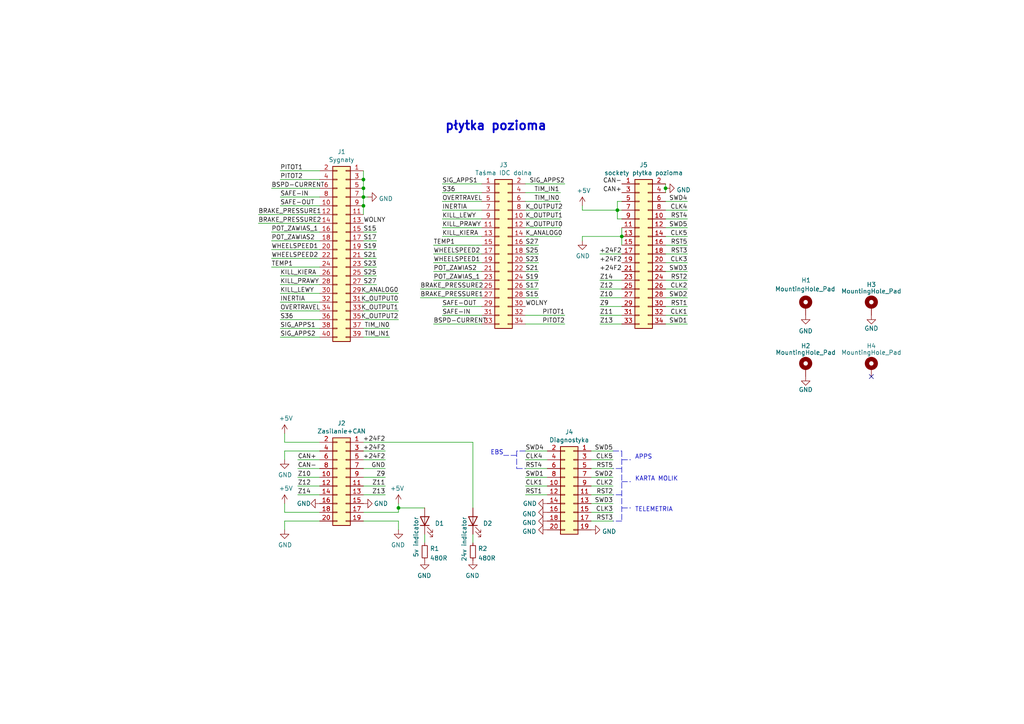
<source format=kicad_sch>
(kicad_sch (version 20211123) (generator eeschema)
  (paper "A4")
  (lib_symbols
    (symbol "Connector_Generic:Conn_02x17_Odd_Even" (pin_names (offset 1.016) hide)
      (property "Reference" "J" (at 1.27 22.86 0))
      (property "Value" "Conn_02x17_Odd_Even" (at 1.27 -22.86 0))
      (symbol "Conn_02x17_Odd_Even_1_1"
        (rectangle (start -1.27 -20.193) (end 0 -20.447) (stroke (width 0.1524)))
        (rectangle (start -1.27 -17.653) (end 0 -17.907) (stroke (width 0.1524)))
        (rectangle (start -1.27 -15.113) (end 0 -15.367) (stroke (width 0.1524)))
        (rectangle (start -1.27 -12.573) (end 0 -12.827) (stroke (width 0.1524)))
        (rectangle (start -1.27 -10.033) (end 0 -10.287) (stroke (width 0.1524)))
        (rectangle (start -1.27 -7.493) (end 0 -7.747) (stroke (width 0.1524)))
        (rectangle (start -1.27 -4.953) (end 0 -5.207) (stroke (width 0.1524)))
        (rectangle (start -1.27 -2.413) (end 0 -2.667) (stroke (width 0.1524)))
        (rectangle (start -1.27 0.127) (end 0 -0.127) (stroke (width 0.1524)))
        (rectangle (start -1.27 2.667) (end 0 2.413) (stroke (width 0.1524)))
        (rectangle (start -1.27 5.207) (end 0 4.953) (stroke (width 0.1524)))
        (rectangle (start -1.27 7.747) (end 0 7.493) (stroke (width 0.1524)))
        (rectangle (start -1.27 10.287) (end 0 10.033) (stroke (width 0.1524)))
        (rectangle (start -1.27 12.827) (end 0 12.573) (stroke (width 0.1524)))
        (rectangle (start -1.27 15.367) (end 0 15.113) (stroke (width 0.1524)))
        (rectangle (start -1.27 17.907) (end 0 17.653) (stroke (width 0.1524)))
        (rectangle (start -1.27 20.447) (end 0 20.193) (stroke (width 0.1524)))
        (rectangle (start -1.27 21.59) (end 3.81 -21.59) (stroke (width 0.254)) (fill (type background)))
        (rectangle (start 3.81 -20.193) (end 2.54 -20.447) (stroke (width 0.1524)))
        (rectangle (start 3.81 -17.653) (end 2.54 -17.907) (stroke (width 0.1524)))
        (rectangle (start 3.81 -15.113) (end 2.54 -15.367) (stroke (width 0.1524)))
        (rectangle (start 3.81 -12.573) (end 2.54 -12.827) (stroke (width 0.1524)))
        (rectangle (start 3.81 -10.033) (end 2.54 -10.287) (stroke (width 0.1524)))
        (rectangle (start 3.81 -7.493) (end 2.54 -7.747) (stroke (width 0.1524)))
        (rectangle (start 3.81 -4.953) (end 2.54 -5.207) (stroke (width 0.1524)))
        (rectangle (start 3.81 -2.413) (end 2.54 -2.667) (stroke (width 0.1524)))
        (rectangle (start 3.81 0.127) (end 2.54 -0.127) (stroke (width 0.1524)))
        (rectangle (start 3.81 2.667) (end 2.54 2.413) (stroke (width 0.1524)))
        (rectangle (start 3.81 5.207) (end 2.54 4.953) (stroke (width 0.1524)))
        (rectangle (start 3.81 7.747) (end 2.54 7.493) (stroke (width 0.1524)))
        (rectangle (start 3.81 10.287) (end 2.54 10.033) (stroke (width 0.1524)))
        (rectangle (start 3.81 12.827) (end 2.54 12.573) (stroke (width 0.1524)))
        (rectangle (start 3.81 15.367) (end 2.54 15.113) (stroke (width 0.1524)))
        (rectangle (start 3.81 17.907) (end 2.54 17.653) (stroke (width 0.1524)))
        (rectangle (start 3.81 20.447) (end 2.54 20.193) (stroke (width 0.1524)))
        (pin passive line (at -5.08 20.32 0) (length 3.81) (name "Pin_1") (number "1"))
        (pin passive line (at 7.62 10.16 180) (length 3.81) (name "Pin_10") (number "10"))
        (pin passive line (at -5.08 7.62 0) (length 3.81) (name "Pin_11") (number "11"))
        (pin passive line (at 7.62 7.62 180) (length 3.81) (name "Pin_12") (number "12"))
        (pin passive line (at -5.08 5.08 0) (length 3.81) (name "Pin_13") (number "13"))
        (pin passive line (at 7.62 5.08 180) (length 3.81) (name "Pin_14") (number "14"))
        (pin passive line (at -5.08 2.54 0) (length 3.81) (name "Pin_15") (number "15"))
        (pin passive line (at 7.62 2.54 180) (length 3.81) (name "Pin_16") (number "16"))
        (pin passive line (at -5.08 0 0) (length 3.81) (name "Pin_17") (number "17"))
        (pin passive line (at 7.62 0 180) (length 3.81) (name "Pin_18") (number "18"))
        (pin passive line (at -5.08 -2.54 0) (length 3.81) (name "Pin_19") (number "19"))
        (pin passive line (at 7.62 20.32 180) (length 3.81) (name "Pin_2") (number "2"))
        (pin passive line (at 7.62 -2.54 180) (length 3.81) (name "Pin_20") (number "20"))
        (pin passive line (at -5.08 -5.08 0) (length 3.81) (name "Pin_21") (number "21"))
        (pin passive line (at 7.62 -5.08 180) (length 3.81) (name "Pin_22") (number "22"))
        (pin passive line (at -5.08 -7.62 0) (length 3.81) (name "Pin_23") (number "23"))
        (pin passive line (at 7.62 -7.62 180) (length 3.81) (name "Pin_24") (number "24"))
        (pin passive line (at -5.08 -10.16 0) (length 3.81) (name "Pin_25") (number "25"))
        (pin passive line (at 7.62 -10.16 180) (length 3.81) (name "Pin_26") (number "26"))
        (pin passive line (at -5.08 -12.7 0) (length 3.81) (name "Pin_27") (number "27"))
        (pin passive line (at 7.62 -12.7 180) (length 3.81) (name "Pin_28") (number "28"))
        (pin passive line (at -5.08 -15.24 0) (length 3.81) (name "Pin_29") (number "29"))
        (pin passive line (at -5.08 17.78 0) (length 3.81) (name "Pin_3") (number "3"))
        (pin passive line (at 7.62 -15.24 180) (length 3.81) (name "Pin_30") (number "30"))
        (pin passive line (at -5.08 -17.78 0) (length 3.81) (name "Pin_31") (number "31"))
        (pin passive line (at 7.62 -17.78 180) (length 3.81) (name "Pin_32") (number "32"))
        (pin passive line (at -5.08 -20.32 0) (length 3.81) (name "Pin_33") (number "33"))
        (pin passive line (at 7.62 -20.32 180) (length 3.81) (name "Pin_34") (number "34"))
        (pin passive line (at 7.62 17.78 180) (length 3.81) (name "Pin_4") (number "4"))
        (pin passive line (at -5.08 15.24 0) (length 3.81) (name "Pin_5") (number "5"))
        (pin passive line (at 7.62 15.24 180) (length 3.81) (name "Pin_6") (number "6"))
        (pin passive line (at -5.08 12.7 0) (length 3.81) (name "Pin_7") (number "7"))
        (pin passive line (at 7.62 12.7 180) (length 3.81) (name "Pin_8") (number "8"))
        (pin passive line (at -5.08 10.16 0) (length 3.81) (name "Pin_9") (number "9"))
      )
    )
    (symbol "Device:LED" (pin_numbers hide) (pin_names (offset 1.016) hide)
      (property "Reference" "D" (at 0 2.54 0))
      (property "Value" "LED" (at 0 -2.54 0))
      (symbol "LED_0_1"
        (polyline (pts (xy -1.27 -1.27) (xy -1.27 1.27)) (stroke (width 0.254)))
        (polyline (pts (xy -1.27 0) (xy 1.27 0)))
        (polyline (pts (xy 1.27 -1.27) (xy 1.27 1.27) (xy -1.27 0) (xy 1.27 -1.27)) (stroke (width 0.254)))
        (polyline (pts (xy -3.048 -0.762) (xy -4.572 -2.286) (xy -3.81 -2.286) (xy -4.572 -2.286) (xy -4.572 -1.524)))
        (polyline (pts (xy -1.778 -0.762) (xy -3.302 -2.286) (xy -2.54 -2.286) (xy -3.302 -2.286) (xy -3.302 -1.524)))
      )
      (symbol "LED_1_1"
        (pin passive line (at -3.81 0 0) (length 2.54) (name "K") (number "1"))
        (pin passive line (at 3.81 0 180) (length 2.54) (name "A") (number "2"))
      )
    )
    (symbol "Device:R_Small" (pin_numbers hide) (pin_names (offset 0.254) hide)
      (property "Reference" "R" (at 0.762 0.508 0))
      (property "Value" "R_Small" (at 0.762 -1.016 0))
      (symbol "R_Small_0_1"
        (rectangle (start -0.762 1.778) (end 0.762 -1.778) (stroke (width 0.2032)))
      )
      (symbol "R_Small_1_1"
        (pin passive line (at 0 2.54 270) (length 0.762) (name "~") (number "1"))
        (pin passive line (at 0 -2.54 90) (length 0.762) (name "~") (number "2"))
      )
    )
    (symbol "Mechanical:MountingHole_Pad" (pin_numbers hide) (pin_names (offset 1.016) hide)
      (property "Reference" "H" (at 0 6.35 0))
      (property "Value" "MountingHole_Pad" (at 0 4.445 0))
      (symbol "MountingHole_Pad_0_1"
        (circle (center 0 1.27) (radius 1.27) (stroke (width 1.27)))
      )
      (symbol "MountingHole_Pad_1_1"
        (pin input line (at 0 -2.54 90) (length 2.54) (name "1") (number "1"))
      )
    )
    (symbol "conn_02x10_odd_even:Conn_02x10_Odd_Even" (pin_names (offset 1.016) hide)
      (property "Reference" "J" (at 1.27 12.7 0))
      (property "Value" "conn_02x10_odd_even_Conn_02x10_Odd_Even" (at 1.27 -15.24 0))
      (symbol "Conn_02x10_Odd_Even_1_1"
        (rectangle (start -1.27 -12.573) (end 0 -12.827) (stroke (width 0.1524)))
        (rectangle (start -1.27 -10.033) (end 0 -10.287) (stroke (width 0.1524)))
        (rectangle (start -1.27 -7.493) (end 0 -7.747) (stroke (width 0.1524)))
        (rectangle (start -1.27 -4.953) (end 0 -5.207) (stroke (width 0.1524)))
        (rectangle (start -1.27 -2.413) (end 0 -2.667) (stroke (width 0.1524)))
        (rectangle (start -1.27 0.127) (end 0 -0.127) (stroke (width 0.1524)))
        (rectangle (start -1.27 2.667) (end 0 2.413) (stroke (width 0.1524)))
        (rectangle (start -1.27 5.207) (end 0 4.953) (stroke (width 0.1524)))
        (rectangle (start -1.27 7.747) (end 0 7.493) (stroke (width 0.1524)))
        (rectangle (start -1.27 10.287) (end 0 10.033) (stroke (width 0.1524)))
        (rectangle (start -1.27 11.43) (end 3.81 -13.97) (stroke (width 0.254)) (fill (type background)))
        (rectangle (start 3.81 -12.573) (end 2.54 -12.827) (stroke (width 0.1524)))
        (rectangle (start 3.81 -10.033) (end 2.54 -10.287) (stroke (width 0.1524)))
        (rectangle (start 3.81 -7.493) (end 2.54 -7.747) (stroke (width 0.1524)))
        (rectangle (start 3.81 -4.953) (end 2.54 -5.207) (stroke (width 0.1524)))
        (rectangle (start 3.81 -2.413) (end 2.54 -2.667) (stroke (width 0.1524)))
        (rectangle (start 3.81 0.127) (end 2.54 -0.127) (stroke (width 0.1524)))
        (rectangle (start 3.81 2.667) (end 2.54 2.413) (stroke (width 0.1524)))
        (rectangle (start 3.81 5.207) (end 2.54 4.953) (stroke (width 0.1524)))
        (rectangle (start 3.81 7.747) (end 2.54 7.493) (stroke (width 0.1524)))
        (rectangle (start 3.81 10.287) (end 2.54 10.033) (stroke (width 0.1524)))
        (pin passive line (at 7.62 10.16 180) (length 3.81) (name "Pin_1") (number "1"))
        (pin passive line (at -5.08 0 0) (length 3.81) (name "Pin_10") (number "10"))
        (pin passive line (at 7.62 -2.54 180) (length 3.81) (name "Pin_11") (number "11"))
        (pin passive line (at -5.08 -2.54 0) (length 3.81) (name "Pin_12") (number "12"))
        (pin passive line (at 7.62 -5.08 180) (length 3.81) (name "Pin_13") (number "13"))
        (pin passive line (at -5.08 -5.08 0) (length 3.81) (name "Pin_14") (number "14"))
        (pin passive line (at 7.62 -7.62 180) (length 3.81) (name "Pin_15") (number "15"))
        (pin passive line (at -5.08 -7.62 0) (length 3.81) (name "Pin_16") (number "16"))
        (pin passive line (at 7.62 -10.16 180) (length 3.81) (name "Pin_17") (number "17"))
        (pin passive line (at -5.08 -10.16 0) (length 3.81) (name "Pin_18") (number "18"))
        (pin passive line (at 7.62 -12.7 180) (length 3.81) (name "Pin_19") (number "19"))
        (pin passive line (at -5.08 10.16 0) (length 3.81) (name "Pin_2") (number "2"))
        (pin passive line (at -5.08 -12.7 0) (length 3.81) (name "Pin_20") (number "20"))
        (pin passive line (at 7.62 7.62 180) (length 3.81) (name "Pin_3") (number "3"))
        (pin passive line (at -5.08 7.62 0) (length 3.81) (name "Pin_4") (number "4"))
        (pin passive line (at 7.62 5.08 180) (length 3.81) (name "Pin_5") (number "5"))
        (pin passive line (at -5.08 5.08 0) (length 3.81) (name "Pin_6") (number "6"))
        (pin passive line (at 7.62 2.54 180) (length 3.81) (name "Pin_7") (number "7"))
        (pin passive line (at -5.08 2.54 0) (length 3.81) (name "Pin_8") (number "8"))
        (pin passive line (at 7.62 0 180) (length 3.81) (name "Pin_9") (number "9"))
      )
    )
    (symbol "conn_02x20_odd_even:Conn_02x20_Odd_Even" (pin_names (offset 1.016) hide)
      (property "Reference" "J" (at 1.27 25.4 0))
      (property "Value" "conn_02x20_odd_even_Conn_02x20_Odd_Even" (at 30.48 -25.4 0))
      (symbol "Conn_02x20_Odd_Even_1_1"
        (rectangle (start -1.27 -25.273) (end 0 -25.527) (stroke (width 0.1524)))
        (rectangle (start -1.27 -22.733) (end 0 -22.987) (stroke (width 0.1524)))
        (rectangle (start -1.27 -20.193) (end 0 -20.447) (stroke (width 0.1524)))
        (rectangle (start -1.27 -17.653) (end 0 -17.907) (stroke (width 0.1524)))
        (rectangle (start -1.27 -15.113) (end 0 -15.367) (stroke (width 0.1524)))
        (rectangle (start -1.27 -12.573) (end 0 -12.827) (stroke (width 0.1524)))
        (rectangle (start -1.27 -10.033) (end 0 -10.287) (stroke (width 0.1524)))
        (rectangle (start -1.27 -7.493) (end 0 -7.747) (stroke (width 0.1524)))
        (rectangle (start -1.27 -4.953) (end 0 -5.207) (stroke (width 0.1524)))
        (rectangle (start -1.27 -2.413) (end 0 -2.667) (stroke (width 0.1524)))
        (rectangle (start -1.27 0.127) (end 0 -0.127) (stroke (width 0.1524)))
        (rectangle (start -1.27 2.667) (end 0 2.413) (stroke (width 0.1524)))
        (rectangle (start -1.27 5.207) (end 0 4.953) (stroke (width 0.1524)))
        (rectangle (start -1.27 7.747) (end 0 7.493) (stroke (width 0.1524)))
        (rectangle (start -1.27 10.287) (end 0 10.033) (stroke (width 0.1524)))
        (rectangle (start -1.27 12.827) (end 0 12.573) (stroke (width 0.1524)))
        (rectangle (start -1.27 15.367) (end 0 15.113) (stroke (width 0.1524)))
        (rectangle (start -1.27 17.907) (end 0 17.653) (stroke (width 0.1524)))
        (rectangle (start -1.27 20.447) (end 0 20.193) (stroke (width 0.1524)))
        (rectangle (start -1.27 22.987) (end 0 22.733) (stroke (width 0.1524)))
        (rectangle (start -1.27 24.13) (end 3.81 -26.67) (stroke (width 0.254)) (fill (type background)))
        (rectangle (start 3.81 -25.273) (end 2.54 -25.527) (stroke (width 0.1524)))
        (rectangle (start 3.81 -22.733) (end 2.54 -22.987) (stroke (width 0.1524)))
        (rectangle (start 3.81 -20.193) (end 2.54 -20.447) (stroke (width 0.1524)))
        (rectangle (start 3.81 -17.653) (end 2.54 -17.907) (stroke (width 0.1524)))
        (rectangle (start 3.81 -15.113) (end 2.54 -15.367) (stroke (width 0.1524)))
        (rectangle (start 3.81 -12.573) (end 2.54 -12.827) (stroke (width 0.1524)))
        (rectangle (start 3.81 -10.033) (end 2.54 -10.287) (stroke (width 0.1524)))
        (rectangle (start 3.81 -7.493) (end 2.54 -7.747) (stroke (width 0.1524)))
        (rectangle (start 3.81 -4.953) (end 2.54 -5.207) (stroke (width 0.1524)))
        (rectangle (start 3.81 -2.413) (end 2.54 -2.667) (stroke (width 0.1524)))
        (rectangle (start 3.81 0.127) (end 2.54 -0.127) (stroke (width 0.1524)))
        (rectangle (start 3.81 2.667) (end 2.54 2.413) (stroke (width 0.1524)))
        (rectangle (start 3.81 5.207) (end 2.54 4.953) (stroke (width 0.1524)))
        (rectangle (start 3.81 7.747) (end 2.54 7.493) (stroke (width 0.1524)))
        (rectangle (start 3.81 10.287) (end 2.54 10.033) (stroke (width 0.1524)))
        (rectangle (start 3.81 12.827) (end 2.54 12.573) (stroke (width 0.1524)))
        (rectangle (start 3.81 15.367) (end 2.54 15.113) (stroke (width 0.1524)))
        (rectangle (start 3.81 17.907) (end 2.54 17.653) (stroke (width 0.1524)))
        (rectangle (start 3.81 20.447) (end 2.54 20.193) (stroke (width 0.1524)))
        (rectangle (start 3.81 22.987) (end 2.54 22.733) (stroke (width 0.1524)))
        (pin passive line (at 7.62 22.86 180) (length 3.81) (name "Pin_1") (number "1"))
        (pin passive line (at -5.08 12.7 0) (length 3.81) (name "Pin_10") (number "10"))
        (pin passive line (at 7.62 10.16 180) (length 3.81) (name "Pin_11") (number "11"))
        (pin passive line (at -5.08 10.16 0) (length 3.81) (name "Pin_12") (number "12"))
        (pin passive line (at 7.62 7.62 180) (length 3.81) (name "Pin_13") (number "13"))
        (pin passive line (at -5.08 7.62 0) (length 3.81) (name "Pin_14") (number "14"))
        (pin passive line (at 7.62 5.08 180) (length 3.81) (name "Pin_15") (number "15"))
        (pin passive line (at -5.08 5.08 0) (length 3.81) (name "Pin_16") (number "16"))
        (pin passive line (at 7.62 2.54 180) (length 3.81) (name "Pin_17") (number "17"))
        (pin passive line (at -5.08 2.54 0) (length 3.81) (name "Pin_18") (number "18"))
        (pin passive line (at 7.62 0 180) (length 3.81) (name "Pin_19") (number "19"))
        (pin passive line (at -5.08 22.86 0) (length 3.81) (name "Pin_2") (number "2"))
        (pin passive line (at -5.08 0 0) (length 3.81) (name "Pin_20") (number "20"))
        (pin passive line (at 7.62 -2.54 180) (length 3.81) (name "Pin_21") (number "21"))
        (pin passive line (at -5.08 -2.54 0) (length 3.81) (name "Pin_22") (number "22"))
        (pin passive line (at 7.62 -5.08 180) (length 3.81) (name "Pin_23") (number "23"))
        (pin passive line (at -5.08 -5.08 0) (length 3.81) (name "Pin_24") (number "24"))
        (pin passive line (at 7.62 -7.62 180) (length 3.81) (name "Pin_25") (number "25"))
        (pin passive line (at -5.08 -7.62 0) (length 3.81) (name "Pin_26") (number "26"))
        (pin passive line (at 7.62 -10.16 180) (length 3.81) (name "Pin_27") (number "27"))
        (pin passive line (at -5.08 -10.16 0) (length 3.81) (name "Pin_28") (number "28"))
        (pin passive line (at 7.62 -12.7 180) (length 3.81) (name "Pin_29") (number "29"))
        (pin passive line (at 7.62 20.32 180) (length 3.81) (name "Pin_3") (number "3"))
        (pin passive line (at -5.08 -12.7 0) (length 3.81) (name "Pin_30") (number "30"))
        (pin passive line (at 7.62 -15.24 180) (length 3.81) (name "Pin_31") (number "31"))
        (pin passive line (at -5.08 -15.24 0) (length 3.81) (name "Pin_32") (number "32"))
        (pin passive line (at 7.62 -17.78 180) (length 3.81) (name "Pin_33") (number "33"))
        (pin passive line (at -5.08 -17.78 0) (length 3.81) (name "Pin_34") (number "34"))
        (pin passive line (at 7.62 -20.32 180) (length 3.81) (name "Pin_35") (number "35"))
        (pin passive line (at -5.08 -20.32 0) (length 3.81) (name "Pin_36") (number "36"))
        (pin passive line (at 7.62 -22.86 180) (length 3.81) (name "Pin_37") (number "37"))
        (pin passive line (at -5.08 -22.86 0) (length 3.81) (name "Pin_38") (number "38"))
        (pin passive line (at 7.62 -25.4 180) (length 3.81) (name "Pin_39") (number "39"))
        (pin passive line (at -5.08 20.32 0) (length 3.81) (name "Pin_4") (number "4"))
        (pin passive line (at -5.08 -25.4 0) (length 3.81) (name "Pin_40") (number "40"))
        (pin passive line (at 7.62 17.78 180) (length 3.81) (name "Pin_5") (number "5"))
        (pin passive line (at -5.08 17.78 0) (length 3.81) (name "Pin_6") (number "6"))
        (pin passive line (at 7.62 15.24 180) (length 3.81) (name "Pin_7") (number "7"))
        (pin passive line (at -5.08 15.24 0) (length 3.81) (name "Pin_8") (number "8"))
        (pin passive line (at 7.62 12.7 180) (length 3.81) (name "Pin_9") (number "9"))
      )
    )
    (symbol "power:+5V" (power) (pin_names (offset 0))
      (property "Value" "+5V" (at 0 3.556 0))
      (symbol "+5V_0_1"
        (polyline (pts (xy -0.762 1.27) (xy 0 2.54)))
        (polyline (pts (xy 0 0) (xy 0 2.54)))
        (polyline (pts (xy 0 2.54) (xy 0.762 1.27)))
      )
      (symbol "+5V_1_1"
        (pin power_in line (at 0 0 90) (length 0) hide (name "+5V") (number "1"))
      )
    )
    (symbol "power:GND" (power) (pin_names (offset 0))
      (property "Value" "GND" (at 0 -3.81 0))
      (symbol "GND_0_1"
        (polyline (pts (xy 0 0) (xy 0 -1.27) (xy 1.27 -1.27) (xy 0 -2.54) (xy -1.27 -1.27) (xy 0 -1.27)))
      )
      (symbol "GND_1_1"
        (pin power_in line (at 0 0 270) (length 0) hide (name "GND") (number "1"))
      )
    )
  )
  (junction (at 180.34 68.58))
  (junction (at 115.57 147.32))
  (junction (at 105.41 54.61))
  (junction (at 105.41 57.15))
  (junction (at 105.41 52.07))
  (junction (at 193.04 54.61))
  (junction (at 179.07 60.96))
  (junction (at 105.41 59.69))
  (no_connect (at 252.73 109.22))
  (wire (pts (xy 92.71 133.35) (xy 86.36 133.35)))
  (wire (pts (xy 158.75 130.81) (xy 152.4 130.81)))
  (wire (pts (xy 171.45 151.13) (xy 177.8 151.13)))
  (wire (pts (xy 171.45 135.89) (xy 177.8 135.89)))
  (wire (pts (xy 171.45 143.51) (xy 177.8 143.51)))
  (wire (pts (xy 180.34 58.42) (xy 179.07 58.42)))
  (wire (pts (xy 105.41 82.55) (xy 109.22 82.55)))
  (wire (pts (xy 180.34 81.28) (xy 173.99 81.28)))
  (wire (pts (xy 115.57 151.13) (xy 105.41 151.13)))
  (wire (pts (xy 128.27 68.58) (xy 139.7 68.58)))
  (wire (pts (xy 105.41 80.01) (xy 109.22 80.01)))
  (wire (pts (xy 193.04 53.34) (xy 193.04 54.61)))
  (wire (pts (xy 115.57 92.71) (xy 105.41 92.71)))
  (wire (pts (xy 105.41 59.69) (xy 105.41 62.23)))
  (wire (pts (xy 105.41 135.89) (xy 111.76 135.89)))
  (wire (pts (xy 105.41 67.31) (xy 109.22 67.31)))
  (wire (pts (xy 105.41 54.61) (xy 105.41 57.15)))
  (wire (pts (xy 152.4 86.36) (xy 156.21 86.36)))
  (polyline (pts (xy 149.86 132.08) (xy 146.05 132.08)))
  (wire (pts (xy 193.04 83.82) (xy 199.39 83.82)))
  (wire (pts (xy 128.27 55.88) (xy 139.7 55.88)))
  (wire (pts (xy 193.04 86.36) (xy 199.39 86.36)))
  (wire (pts (xy 125.73 81.28) (xy 139.7 81.28)))
  (wire (pts (xy 193.04 93.98) (xy 199.39 93.98)))
  (wire (pts (xy 105.41 49.53) (xy 105.41 52.07)))
  (wire (pts (xy 105.41 87.63) (xy 115.57 87.63)))
  (wire (pts (xy 125.73 78.74) (xy 139.7 78.74)))
  (wire (pts (xy 105.41 72.39) (xy 109.22 72.39)))
  (polyline (pts (xy 180.34 130.81) (xy 180.34 151.13)))
  (wire (pts (xy 193.04 76.2) (xy 199.39 76.2)))
  (wire (pts (xy 115.57 153.67) (xy 115.57 151.13)))
  (wire (pts (xy 115.57 148.59) (xy 105.41 148.59)))
  (wire (pts (xy 78.74 54.61) (xy 92.71 54.61)))
  (wire (pts (xy 152.4 78.74) (xy 156.21 78.74)))
  (wire (pts (xy 180.34 68.58) (xy 168.91 68.58)))
  (wire (pts (xy 82.55 128.27) (xy 82.55 125.73)))
  (wire (pts (xy 81.28 90.17) (xy 92.71 90.17)))
  (wire (pts (xy 180.34 83.82) (xy 173.99 83.82)))
  (wire (pts (xy 128.27 53.34) (xy 139.7 53.34)))
  (polyline (pts (xy 180.34 147.32) (xy 182.88 147.32)))
  (wire (pts (xy 162.56 68.58) (xy 152.4 68.58)))
  (wire (pts (xy 105.41 74.93) (xy 109.22 74.93)))
  (wire (pts (xy 179.07 60.96) (xy 180.34 60.96)))
  (wire (pts (xy 81.28 49.53) (xy 92.71 49.53)))
  (wire (pts (xy 193.04 91.44) (xy 199.39 91.44)))
  (wire (pts (xy 74.93 64.77) (xy 92.71 64.77)))
  (wire (pts (xy 81.28 87.63) (xy 92.71 87.63)))
  (wire (pts (xy 193.04 73.66) (xy 199.39 73.66)))
  (wire (pts (xy 180.34 93.98) (xy 173.99 93.98)))
  (polyline (pts (xy 180.34 135.89) (xy 177.8 135.89)))
  (wire (pts (xy 128.27 63.5) (xy 139.7 63.5)))
  (wire (pts (xy 128.27 88.9) (xy 139.7 88.9)))
  (wire (pts (xy 180.34 86.36) (xy 173.99 86.36)))
  (wire (pts (xy 128.27 58.42) (xy 139.7 58.42)))
  (polyline (pts (xy 149.86 135.89) (xy 152.4 135.89)))
  (wire (pts (xy 92.71 140.97) (xy 86.36 140.97)))
  (wire (pts (xy 81.28 80.01) (xy 92.71 80.01)))
  (wire (pts (xy 105.41 69.85) (xy 109.22 69.85)))
  (wire (pts (xy 179.07 63.5) (xy 179.07 60.96)))
  (wire (pts (xy 82.55 133.35) (xy 82.55 130.81)))
  (wire (pts (xy 105.41 138.43) (xy 111.76 138.43)))
  (wire (pts (xy 92.71 135.89) (xy 86.36 135.89)))
  (wire (pts (xy 81.28 95.25) (xy 92.71 95.25)))
  (wire (pts (xy 168.91 60.96) (xy 168.91 59.69)))
  (wire (pts (xy 82.55 148.59) (xy 92.71 148.59)))
  (polyline (pts (xy 177.8 130.81) (xy 180.34 130.81)))
  (wire (pts (xy 105.41 95.25) (xy 113.03 95.25)))
  (wire (pts (xy 81.28 59.69) (xy 92.71 59.69)))
  (wire (pts (xy 163.83 91.44) (xy 152.4 91.44)))
  (polyline (pts (xy 152.4 130.81) (xy 149.86 130.81)))
  (wire (pts (xy 180.34 68.58) (xy 180.34 71.12)))
  (wire (pts (xy 128.27 66.04) (xy 139.7 66.04)))
  (wire (pts (xy 115.57 148.59) (xy 115.57 147.32)))
  (wire (pts (xy 82.55 130.81) (xy 92.71 130.81)))
  (wire (pts (xy 171.45 130.81) (xy 177.8 130.81)))
  (wire (pts (xy 78.74 69.85) (xy 92.71 69.85)))
  (wire (pts (xy 152.4 81.28) (xy 156.21 81.28)))
  (wire (pts (xy 152.4 55.88) (xy 162.56 55.88)))
  (wire (pts (xy 81.28 82.55) (xy 92.71 82.55)))
  (polyline (pts (xy 180.34 151.13) (xy 177.8 151.13)))
  (wire (pts (xy 128.27 91.44) (xy 139.7 91.44)))
  (wire (pts (xy 193.04 63.5) (xy 199.39 63.5)))
  (wire (pts (xy 173.99 73.66) (xy 180.34 73.66)))
  (wire (pts (xy 180.34 63.5) (xy 179.07 63.5)))
  (wire (pts (xy 180.34 66.04) (xy 180.34 68.58)))
  (wire (pts (xy 171.45 133.35) (xy 177.8 133.35)))
  (wire (pts (xy 121.92 86.36) (xy 139.7 86.36)))
  (wire (pts (xy 74.93 62.23) (xy 92.71 62.23)))
  (wire (pts (xy 105.41 85.09) (xy 115.57 85.09)))
  (polyline (pts (xy 180.34 139.7) (xy 182.88 139.7)))
  (wire (pts (xy 171.45 148.59) (xy 177.8 148.59)))
  (wire (pts (xy 158.75 138.43) (xy 152.4 138.43)))
  (wire (pts (xy 81.28 85.09) (xy 92.71 85.09)))
  (wire (pts (xy 78.74 67.31) (xy 92.71 67.31)))
  (wire (pts (xy 105.41 143.51) (xy 111.76 143.51)))
  (wire (pts (xy 121.92 83.82) (xy 139.7 83.82)))
  (wire (pts (xy 193.04 60.96) (xy 199.39 60.96)))
  (wire (pts (xy 125.73 76.2) (xy 139.7 76.2)))
  (wire (pts (xy 82.55 153.67) (xy 82.55 151.13)))
  (wire (pts (xy 152.4 73.66) (xy 156.21 73.66)))
  (wire (pts (xy 82.55 148.59) (xy 82.55 146.05)))
  (wire (pts (xy 158.75 135.89) (xy 152.4 135.89)))
  (wire (pts (xy 128.27 60.96) (xy 139.7 60.96)))
  (wire (pts (xy 158.75 140.97) (xy 152.4 140.97)))
  (wire (pts (xy 105.41 140.97) (xy 111.76 140.97)))
  (wire (pts (xy 193.04 54.61) (xy 193.04 55.88)))
  (wire (pts (xy 82.55 128.27) (xy 92.71 128.27)))
  (polyline (pts (xy 180.34 143.51) (xy 177.8 143.51)))
  (wire (pts (xy 92.71 138.43) (xy 86.36 138.43)))
  (polyline (pts (xy 149.86 130.81) (xy 149.86 135.89)))
  (wire (pts (xy 123.19 154.94) (xy 123.19 157.48)))
  (wire (pts (xy 179.07 58.42) (xy 179.07 60.96)))
  (wire (pts (xy 78.74 74.93) (xy 92.71 74.93)))
  (wire (pts (xy 125.73 93.98) (xy 139.7 93.98)))
  (wire (pts (xy 163.83 93.98) (xy 152.4 93.98)))
  (wire (pts (xy 137.16 154.94) (xy 137.16 157.48)))
  (wire (pts (xy 81.28 97.79) (xy 92.71 97.79)))
  (wire (pts (xy 162.56 66.04) (xy 152.4 66.04)))
  (wire (pts (xy 105.41 77.47) (xy 109.22 77.47)))
  (wire (pts (xy 105.41 128.27) (xy 137.16 128.27)))
  (wire (pts (xy 193.04 58.42) (xy 199.39 58.42)))
  (wire (pts (xy 180.34 88.9) (xy 173.99 88.9)))
  (wire (pts (xy 171.45 138.43) (xy 177.8 138.43)))
  (wire (pts (xy 152.4 76.2) (xy 156.21 76.2)))
  (wire (pts (xy 193.04 68.58) (xy 199.39 68.58)))
  (polyline (pts (xy 180.34 133.35) (xy 182.88 133.35)))
  (wire (pts (xy 105.41 57.15) (xy 105.41 59.69)))
  (wire (pts (xy 158.75 133.35) (xy 152.4 133.35)))
  (wire (pts (xy 152.4 83.82) (xy 156.21 83.82)))
  (wire (pts (xy 105.41 130.81) (xy 111.76 130.81)))
  (wire (pts (xy 115.57 90.17) (xy 105.41 90.17)))
  (wire (pts (xy 168.91 69.85) (xy 168.91 68.58)))
  (wire (pts (xy 105.41 57.15) (xy 106.68 57.15)))
  (wire (pts (xy 193.04 78.74) (xy 199.39 78.74)))
  (wire (pts (xy 105.41 133.35) (xy 111.76 133.35)))
  (wire (pts (xy 81.28 57.15) (xy 92.71 57.15)))
  (wire (pts (xy 163.83 53.34) (xy 152.4 53.34)))
  (wire (pts (xy 193.04 66.04) (xy 199.39 66.04)))
  (wire (pts (xy 78.74 72.39) (xy 92.71 72.39)))
  (wire (pts (xy 171.45 140.97) (xy 177.8 140.97)))
  (wire (pts (xy 137.16 128.27) (xy 137.16 147.32)))
  (wire (pts (xy 125.73 73.66) (xy 139.7 73.66)))
  (wire (pts (xy 152.4 63.5) (xy 162.56 63.5)))
  (wire (pts (xy 152.4 71.12) (xy 156.21 71.12)))
  (wire (pts (xy 179.07 60.96) (xy 168.91 60.96)))
  (wire (pts (xy 81.28 92.71) (xy 92.71 92.71)))
  (wire (pts (xy 152.4 58.42) (xy 162.56 58.42)))
  (wire (pts (xy 152.4 60.96) (xy 162.56 60.96)))
  (wire (pts (xy 193.04 81.28) (xy 199.39 81.28)))
  (wire (pts (xy 115.57 147.32) (xy 115.57 146.05)))
  (wire (pts (xy 158.75 143.51) (xy 152.4 143.51)))
  (wire (pts (xy 92.71 143.51) (xy 86.36 143.51)))
  (wire (pts (xy 193.04 71.12) (xy 199.39 71.12)))
  (wire (pts (xy 193.04 88.9) (xy 199.39 88.9)))
  (wire (pts (xy 82.55 151.13) (xy 92.71 151.13)))
  (wire (pts (xy 125.73 71.12) (xy 139.7 71.12)))
  (wire (pts (xy 81.28 52.07) (xy 92.71 52.07)))
  (wire (pts (xy 113.03 97.79) (xy 105.41 97.79)))
  (wire (pts (xy 78.74 77.47) (xy 92.71 77.47)))
  (wire (pts (xy 180.34 91.44) (xy 173.99 91.44)))
  (wire (pts (xy 105.41 52.07) (xy 105.41 54.61)))
  (wire (pts (xy 171.45 146.05) (xy 177.8 146.05)))
  (wire (pts (xy 115.57 147.32) (xy 123.19 147.32)))
  (text "KARTA MOLIK" (at 184.15 139.7 0) (effects (font (size 1.27 1.27)) (justify left bottom)))
  (text "APPS" (at 184.15 133.35 0) (effects (font (size 1.27 1.27)) (justify left bottom)))
  (text "TELEMETRIA" (at 184.15 148.59 0) (effects (font (size 1.27 1.27)) (justify left bottom)))
  (text "płytka pozioma\n" (at 158.75 38.1 180) (effects (font (size 2.54 2.54) (thickness 0.508) bold) (justify right bottom)))
  (text "EBS" (at 142.24 132.08 0) (effects (font (size 1.27 1.27)) (justify left bottom)))
  (label "SWD1" (at 199.39 93.98 180))
  (label "S27" (at 156.21 71.12 180))
  (label "Z14" (at 173.99 81.28 0))
  (label "S23" (at 109.22 77.47 180))
  (label "SAFE-IN" (at 81.28 57.15 0))
  (label "TIM_IN1" (at 113.03 97.79 180))
  (label "KILL_PRAWY" (at 81.28 82.55 0))
  (label "S19" (at 109.22 72.39 180))
  (label "KILL_LEWY" (at 128.27 63.5 0))
  (label "PITOT2" (at 163.83 93.98 180))
  (label "SAFE-OUT" (at 128.27 88.9 0))
  (label "SAFE-OUT" (at 81.28 59.69 0))
  (label "TEMP1" (at 125.73 71.12 0))
  (label "SIG_APPS1" (at 128.27 53.34 0))
  (label "CLK2" (at 199.39 83.82 180))
  (label "CLK5" (at 199.39 68.58 180))
  (label "SWD1" (at 152.4 138.43 0))
  (label "K_OUTPUT2" (at 115.57 92.71 180))
  (label "SIG_APPS1" (at 81.28 95.25 0))
  (label "OVERTRAVEL" (at 128.27 58.42 0))
  (label "K_OUTPUT1" (at 152.4 63.5 0))
  (label "S25" (at 156.21 73.66 180))
  (label "CLK5" (at 177.8 133.35 180))
  (label "S17" (at 109.22 69.85 180))
  (label "TEMP1" (at 78.74 77.47 0))
  (label "KILL_LEWY" (at 81.28 85.09 0))
  (label "S17" (at 156.21 83.82 180))
  (label "CAN-" (at 86.36 135.89 0))
  (label "SWD5" (at 199.39 66.04 180))
  (label "S36" (at 128.27 55.88 0))
  (label "OVERTRAVEL" (at 81.28 90.17 0))
  (label "SWD2" (at 177.8 138.43 180))
  (label "RST3" (at 199.39 73.66 180))
  (label "BRAKE_PRESSURE1" (at 121.92 86.36 0))
  (label "CLK4" (at 152.4 133.35 0))
  (label "BRAKE_PRESSURE2" (at 121.92 83.82 0))
  (label "POT_ZAWIAS2" (at 78.74 69.85 0))
  (label "PITOT1" (at 163.83 91.44 180))
  (label "RST3" (at 177.8 151.13 180))
  (label "Z10" (at 86.36 138.43 0))
  (label "CAN+" (at 86.36 133.35 0))
  (label "+24F2" (at 180.34 73.66 180))
  (label "+24F2" (at 111.76 130.81 180))
  (label "S25" (at 109.22 80.01 180))
  (label "+24F2" (at 111.76 133.35 180))
  (label "SWD5" (at 177.8 130.81 180))
  (label "S21" (at 109.22 74.93 180))
  (label "CLK1" (at 152.4 140.97 0))
  (label "Z11" (at 173.99 91.44 0))
  (label "Z9" (at 111.76 138.43 180))
  (label "INERTIA" (at 81.28 87.63 0))
  (label "CAN+" (at 180.34 55.88 180))
  (label "S23" (at 156.21 76.2 180))
  (label "SAFE-IN" (at 128.27 91.44 0))
  (label "K_OUTPUT0" (at 152.4 66.04 0))
  (label "WHEELSPEED1" (at 78.74 72.39 0))
  (label "INERTIA" (at 128.27 60.96 0))
  (label "Z12" (at 86.36 140.97 0))
  (label "GND" (at 111.76 135.89 180))
  (label "CAN-" (at 180.34 53.34 180))
  (label "RST4" (at 199.39 63.5 180))
  (label "SWD2" (at 199.39 86.36 180))
  (label "S19" (at 156.21 81.28 180))
  (label "PITOT2" (at 81.28 52.07 0))
  (label "TIM_IN0" (at 154.94 58.42 0))
  (label "KILL_KIERA" (at 128.27 68.58 0))
  (label "WHEELSPEED1" (at 125.73 76.2 0))
  (label "RST5" (at 177.8 135.89 180))
  (label "BSPD-CURRENT" (at 125.73 93.98 0))
  (label "KILL_PRAWY" (at 128.27 66.04 0))
  (label "K_ANALOG0" (at 152.4 68.58 0))
  (label "S15" (at 156.21 86.36 180))
  (label "BRAKE_PRESSURE2" (at 74.93 64.77 0))
  (label "RST1" (at 199.39 88.9 180))
  (label "Z13" (at 111.76 143.51 180))
  (label "BRAKE_PRESSURE1" (at 74.93 62.23 0))
  (label "KILL_KIERA" (at 81.28 80.01 0))
  (label "POT_ZAWIAS2" (at 125.73 78.74 0))
  (label "RST2" (at 177.8 143.51 180))
  (label "SWD3" (at 177.8 146.05 180))
  (label "WOLNY" (at 152.4 88.9 0))
  (label "TIM_IN0" (at 113.03 95.25 180))
  (label "SWD4" (at 152.4 130.81 0))
  (label "SIG_APPS2" (at 163.83 53.34 180))
  (label "+24F2" (at 111.76 128.27 180))
  (label "RST1" (at 152.4 143.51 0))
  (label "CLK1" (at 199.39 91.44 180))
  (label "RST4" (at 152.4 135.89 0))
  (label "RST2" (at 199.39 81.28 180))
  (label "CLK3" (at 199.39 76.2 180))
  (label "S27" (at 109.22 82.55 180))
  (label "Z14" (at 86.36 143.51 0))
  (label "Z9" (at 173.99 88.9 0))
  (label "+24F2" (at 180.34 78.74 180))
  (label "RST5" (at 199.39 71.12 180))
  (label "K_OUTPUT2" (at 152.4 60.96 0))
  (label "+24F2" (at 180.34 76.2 180))
  (label "Z12" (at 173.99 83.82 0))
  (label "CLK2" (at 177.8 140.97 180))
  (label "TIM_IN1" (at 154.94 55.88 0))
  (label "BSPD-CURRENT" (at 78.74 54.61 0))
  (label "Z10" (at 173.99 86.36 0))
  (label "SWD4" (at 199.39 58.42 180))
  (label "Z11" (at 111.76 140.97 180))
  (label "S15" (at 109.22 67.31 180))
  (label "S21" (at 156.21 78.74 180))
  (label "SWD3" (at 199.39 78.74 180))
  (label "S36" (at 81.28 92.71 0))
  (label "K_OUTPUT1" (at 115.57 90.17 180))
  (label "K_ANALOG0" (at 115.57 85.09 180))
  (label "WOLNY" (at 105.41 64.77 0))
  (label "Z13" (at 173.99 93.98 0))
  (label "SIG_APPS2" (at 81.28 97.79 0))
  (label "PITOT1" (at 81.28 49.53 0))
  (label "CLK3" (at 177.8 148.59 180))
  (label "WHEELSPEED2" (at 78.74 74.93 0))
  (label "CLK4" (at 199.39 60.96 180))
  (label "WHEELSPEED2" (at 125.73 73.66 0))
  (label "K_OUTPUT0" (at 115.57 87.63 180))
  (label "POT_ZAWIAS_1" (at 125.73 81.28 0))
  (label "POT_ZAWIAS_1" (at 78.74 67.31 0))
  (symbol (lib_id "Mechanical:MountingHole_Pad") (at 233.68 88.9 0) (unit 1)
    (property "Reference" "H1" (at 232.41 81.28 0) (effects (justify left)))
    (property "Value" "MountingHole_Pad" (at 224.79 83.82 0) (effects (justify left)))
    (property "Footprint" "MountingHole:MountingHole_2.2mm_M2_DIN965_Pad" (effects hide))
  )
  (symbol (lib_id "power:GND") (at 137.16 162.56 0) (mirror y) (unit 1)
    (property "Reference" "#PWR011" (effects hide))
    (property "Value" "GND" (at 137.033 166.9542 0))
  )
  (symbol (lib_id "conn_02x10_odd_even:Conn_02x10_Odd_Even") (at 97.79 138.43 0) (unit 1)
    (property "Reference" "J2" (at 99.06 122.7582 0))
    (property "Value" "Zasilanie+CAN" (at 99.06 125.0696 0))
    (property "Footprint" "Connector_PinSocket_2.54mm:PinSocket_2x10_P2.54mm_Vertical" (effects hide))
  )
  (symbol (lib_id "power:GND") (at 106.68 57.15 90) (unit 1)
    (property "Reference" "#PWR07" (effects hide))
    (property "Value" "GND" (at 109.855 57.629 90) (effects (justify right)))
  )
  (symbol (lib_id "Device:LED") (at 137.16 151.13 90) (unit 1)
    (property "Reference" "D2" (at 140.081 151.809 90) (effects (justify right)))
    (property "Value" "24v indicator" (at 134.62 149.86 0) (effects (justify right)))
    (property "Footprint" "LED_SMD:LED_0603_1608Metric_Pad1.05x0.95mm_HandSolder" (effects hide))
  )
  (symbol (lib_id "power:GND") (at 233.68 109.22 0) (unit 1)
    (property "Reference" "#PWR022" (effects hide))
    (property "Value" "GND" (at 233.68 113.03 0))
  )
  (symbol (lib_id "power:+5V") (at 82.55 146.05 0) (unit 1)
    (property "Reference" "#PWR03" (effects hide))
    (property "Value" "+5V" (at 82.931 141.6558 0))
  )
  (symbol (lib_id "Mechanical:MountingHole_Pad") (at 233.68 106.68 0) (unit 1)
    (property "Reference" "H2" (at 233.68 100.33 0))
    (property "Value" "MountingHole_Pad" (at 233.68 102.235 0))
    (property "Footprint" "MountingHole:MountingHole_2.2mm_M2_DIN965_Pad" (effects hide))
  )
  (symbol (lib_id "power:GND") (at 115.57 153.67 0) (mirror y) (unit 1)
    (property "Reference" "#PWR09" (effects hide))
    (property "Value" "GND" (at 115.443 158.0642 0))
  )
  (symbol (lib_id "power:GND") (at 193.04 54.61 90) (unit 1)
    (property "Reference" "#PWR019" (effects hide))
    (property "Value" "GND" (at 196.215 55.089 90) (effects (justify right)))
  )
  (symbol (lib_id "power:+5V") (at 115.57 146.05 0) (mirror y) (unit 1)
    (property "Reference" "#PWR08" (effects hide))
    (property "Value" "+5V" (at 115.189 141.6558 0))
  )
  (symbol (lib_id "conn_02x20_odd_even:Conn_02x20_Odd_Even") (at 97.79 72.39 0) (unit 1)
    (property "Reference" "J1" (at 99.06 44.0182 0))
    (property "Value" "Sygnały" (at 99.06 46.3296 0))
    (property "Footprint" "Connector_PinSocket_2.54mm:PinSocket_2x20_P2.54mm_Vertical" (effects hide))
  )
  (symbol (lib_id "Mechanical:MountingHole_Pad") (at 252.73 106.68 0) (unit 1)
    (property "Reference" "H4" (at 252.73 100.33 0))
    (property "Value" "MountingHole_Pad" (at 252.73 102.235 0))
    (property "Footprint" "MountingHole:MountingHole_2.2mm_M2_DIN965_Pad" (effects hide))
  )
  (symbol (lib_id "power:GND") (at 123.19 162.56 0) (mirror y) (unit 1)
    (property "Reference" "#PWR010" (effects hide))
    (property "Value" "GND" (at 123.063 166.9542 0))
  )
  (symbol (lib_id "Connector_Generic:Conn_02x17_Odd_Even") (at 144.78 73.66 0) (unit 1)
    (property "Reference" "J3" (at 146.05 47.8282 0))
    (property "Value" "Taśma IDC dolna" (at 146.05 50.1396 0))
    (property "Footprint" "Connector_IDC:IDC-Header_2x17_P2.54mm_Vertical" (effects hide))
  )
  (symbol (lib_id "power:GND") (at 252.73 91.44 0) (unit 1)
    (property "Reference" "#PWR023" (effects hide))
    (property "Value" "GND" (at 252.73 95.25 0))
  )
  (symbol (lib_id "power:GND") (at 171.45 153.67 90) (unit 1)
    (property "Reference" "#PWR018" (effects hide))
    (property "Value" "GND" (at 174.625 154.149 90) (effects (justify right)))
  )
  (symbol (lib_id "power:GND") (at 158.75 151.13 270) (unit 1)
    (property "Reference" "#PWR014" (effects hide))
    (property "Value" "GND" (at 155.5751 151.609 90) (effects (justify right)))
  )
  (symbol (lib_id "power:+5V") (at 82.55 125.73 0) (unit 1)
    (property "Reference" "#PWR01" (effects hide))
    (property "Value" "+5V" (at 82.931 121.3358 0))
  )
  (symbol (lib_id "power:GND") (at 82.55 133.35 0) (unit 1)
    (property "Reference" "#PWR02" (effects hide))
    (property "Value" "GND" (at 82.677 137.7442 0))
  )
  (symbol (lib_id "Mechanical:MountingHole_Pad") (at 252.73 88.9 0) (unit 1)
    (property "Reference" "H3" (at 252.73 82.55 0))
    (property "Value" "MountingHole_Pad" (at 252.73 84.455 0))
    (property "Footprint" "MountingHole:MountingHole_2.2mm_M2_DIN965_Pad" (effects hide))
  )
  (symbol (lib_id "power:GND") (at 168.91 69.85 0) (unit 1)
    (property "Reference" "#PWR017" (effects hide))
    (property "Value" "GND" (at 169.037 74.2442 0))
  )
  (symbol (lib_id "Connector_Generic:Conn_02x17_Odd_Even") (at 185.42 73.66 0) (unit 1)
    (property "Reference" "J5" (at 186.69 47.8282 0))
    (property "Value" "sockety płytka pozioma" (at 186.69 50.1396 0))
    (property "Footprint" "Connector_PinSocket_2.54mm:PinSocket_2x17_P2.54mm_Vertical" (effects hide))
  )
  (symbol (lib_id "Device:R_Small") (at 137.16 160.02 0) (unit 1)
    (property "Reference" "R2" (at 138.6586 159.1115 0) (effects (justify left)))
    (property "Value" "480R" (at 138.6586 161.8866 0) (effects (justify left)))
    (property "Footprint" "Resistor_SMD:R_0603_1608Metric_Pad0.98x0.95mm_HandSolder" (effects hide))
  )
  (symbol (lib_id "Device:R_Small") (at 123.19 160.02 180) (unit 1)
    (property "Reference" "R1" (at 124.6886 159.1115 0) (effects (justify right)))
    (property "Value" "480R" (at 124.6886 161.8866 0) (effects (justify right)))
    (property "Footprint" "Resistor_SMD:R_0603_1608Metric_Pad0.98x0.95mm_HandSolder" (effects hide))
  )
  (symbol (lib_id "power:GND") (at 92.71 146.05 270) (unit 1)
    (property "Reference" "#PWR05" (effects hide))
    (property "Value" "GND" (at 90.17 146.05 90) (effects (justify right)))
  )
  (symbol (lib_id "power:GND") (at 158.75 148.59 270) (unit 1)
    (property "Reference" "#PWR013" (effects hide))
    (property "Value" "GND" (at 155.5751 149.069 90) (effects (justify right)))
  )
  (symbol (lib_id "power:GND") (at 233.68 91.44 0) (unit 1)
    (property "Reference" "#PWR021" (effects hide))
    (property "Value" "GND" (at 233.68 96.0025 0))
  )
  (symbol (lib_id "power:GND") (at 158.75 153.67 270) (unit 1)
    (property "Reference" "#PWR015" (effects hide))
    (property "Value" "GND" (at 155.5751 154.149 90) (effects (justify right)))
  )
  (symbol (lib_id "power:GND") (at 105.41 146.05 90) (unit 1)
    (property "Reference" "#PWR06" (effects hide))
    (property "Value" "GND" (at 110.49 146.05 90))
  )
  (symbol (lib_id "Device:LED") (at 123.19 151.13 90) (unit 1)
    (property "Reference" "D1" (at 126.111 151.809 90) (effects (justify right)))
    (property "Value" "5v indicator" (at 120.65 149.86 0) (effects (justify right)))
    (property "Footprint" "LED_SMD:LED_0603_1608Metric_Pad1.05x0.95mm_HandSolder" (effects hide))
  )
  (symbol (lib_id "power:GND") (at 158.75 146.05 270) (unit 1)
    (property "Reference" "#PWR012" (effects hide))
    (property "Value" "GND" (at 153.67 146.05 90))
  )
  (symbol (lib_id "power:GND") (at 82.55 153.67 0) (unit 1)
    (property "Reference" "#PWR04" (effects hide))
    (property "Value" "GND" (at 82.677 158.0642 0))
  )
  (symbol (lib_id "conn_02x10_odd_even:Conn_02x10_Odd_Even") (at 163.83 140.97 0) (unit 1)
    (property "Reference" "J4" (at 165.1 125.2982 0))
    (property "Value" "Diagnostyka" (at 165.1 127.6096 0))
    (property "Footprint" "Connector_PinSocket_2.54mm:PinSocket_2x10_P2.54mm_Vertical" (effects hide))
  )
  (symbol (lib_id "power:+5V") (at 168.91 59.69 0) (unit 1)
    (property "Reference" "#PWR016" (effects hide))
    (property "Value" "+5V" (at 169.291 55.2958 0))
  )
)
</source>
